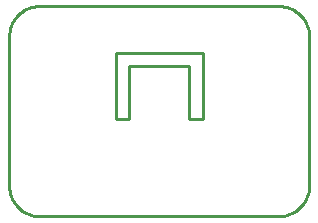
<source format=gbr>
G04 EAGLE Gerber RS-274X export*
G75*
%MOMM*%
%FSLAX34Y34*%
%LPD*%
%IN*%
%IPPOS*%
%AMOC8*
5,1,8,0,0,1.08239X$1,22.5*%
G01*
%ADD10C,0.254000*%


D10*
X0Y25400D02*
X97Y23186D01*
X386Y20989D01*
X865Y18826D01*
X1532Y16713D01*
X2380Y14666D01*
X3403Y12700D01*
X4594Y10831D01*
X5942Y9073D01*
X7440Y7440D01*
X9073Y5942D01*
X10831Y4594D01*
X12700Y3403D01*
X14666Y2380D01*
X16713Y1532D01*
X18826Y865D01*
X20989Y386D01*
X23186Y97D01*
X25400Y0D01*
X228600Y0D01*
X230814Y97D01*
X233011Y386D01*
X235174Y865D01*
X237287Y1532D01*
X239335Y2380D01*
X241300Y3403D01*
X243169Y4594D01*
X244927Y5942D01*
X246561Y7440D01*
X248058Y9073D01*
X249406Y10831D01*
X250597Y12700D01*
X251620Y14666D01*
X252468Y16713D01*
X253135Y18826D01*
X253614Y20989D01*
X253903Y23186D01*
X254000Y25400D01*
X254000Y152400D01*
X253903Y154614D01*
X253614Y156811D01*
X253135Y158974D01*
X252468Y161087D01*
X251620Y163135D01*
X250597Y165100D01*
X249406Y166969D01*
X248058Y168727D01*
X246561Y170361D01*
X244927Y171858D01*
X243169Y173206D01*
X241300Y174397D01*
X239335Y175420D01*
X237287Y176268D01*
X235174Y176935D01*
X233011Y177414D01*
X230814Y177703D01*
X228600Y177800D01*
X25400Y177800D01*
X23186Y177703D01*
X20989Y177414D01*
X18826Y176935D01*
X16713Y176268D01*
X14666Y175420D01*
X12700Y174397D01*
X10831Y173206D01*
X9073Y171858D01*
X7440Y170361D01*
X5942Y168727D01*
X4594Y166969D01*
X3403Y165100D01*
X2380Y163135D01*
X1532Y161087D01*
X865Y158974D01*
X386Y156811D01*
X97Y154614D01*
X0Y152400D01*
X0Y25400D01*
X90170Y82550D02*
X101600Y82550D01*
X101600Y127000D01*
X152400Y127000D01*
X152400Y82550D01*
X163830Y82550D01*
X163830Y138430D01*
X90170Y138430D01*
X90170Y82550D01*
M02*

</source>
